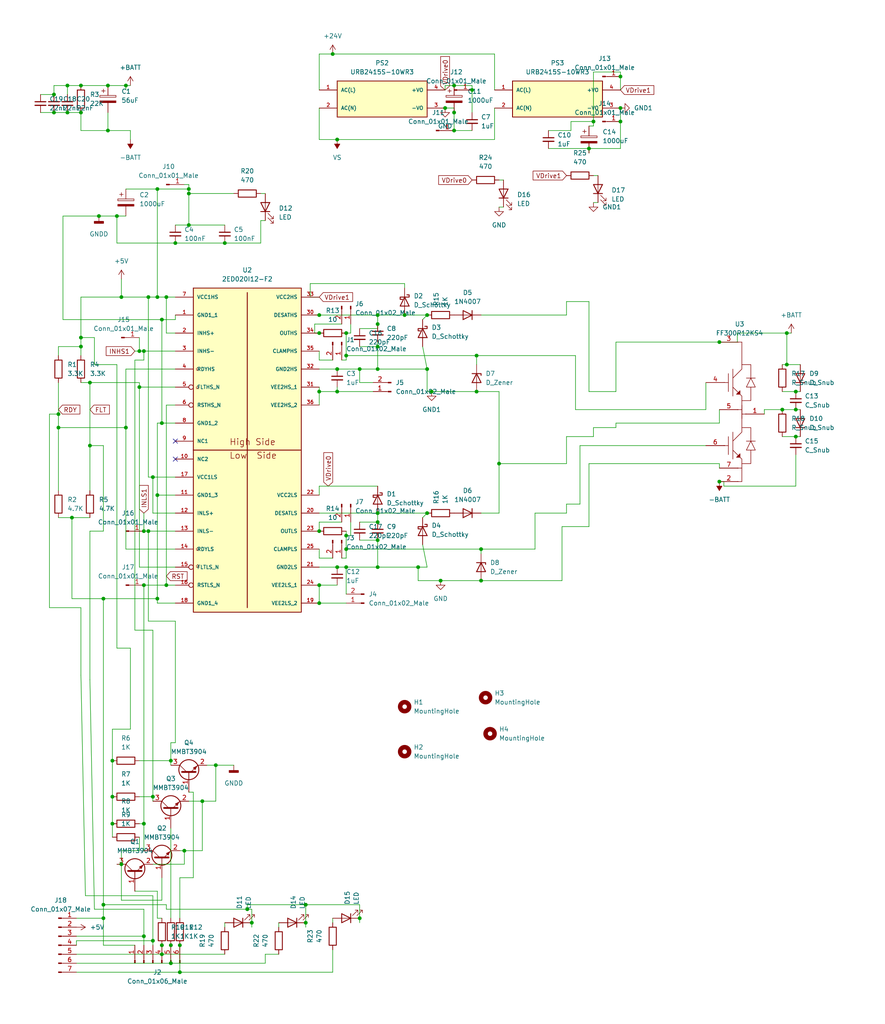
<source format=kicad_sch>
(kicad_sch (version 20211123) (generator eeschema)
  (paper "User" 250.012 289.001)
  (junction (at 140.97 130.81))
  (junction (at 41.91 149.86))
  (junction (at 106.68 144.78))
  (junction (at 90.17 110.49))
  (junction (at 45.72 269.24))
  (junction (at 93.98 15.24))
  (junction (at 124.46 163.83))
  (junction (at 57.15 226.06))
  (junction (at 53.34 54.61))
  (junction (at 29.21 168.91))
  (junction (at 135.89 163.83))
  (junction (at 30.48 24.13))
  (junction (at 120.65 88.9))
  (junction (at 20.32 146.05))
  (junction (at 48.26 271.78))
  (junction (at 71.12 260.35))
  (junction (at 175.26 34.29))
  (junction (at 46.99 165.1))
  (junction (at 25.4 107.95))
  (junction (at 48.26 214.63))
  (junction (at 43.18 224.79))
  (junction (at 50.8 266.7))
  (junction (at 90.17 88.9))
  (junction (at 15.24 31.75))
  (junction (at 19.05 31.75))
  (junction (at 31.75 224.79))
  (junction (at 31.75 232.41))
  (junction (at 125.73 30.48))
  (junction (at 95.25 104.14))
  (junction (at 167.64 34.29))
  (junction (at 52.07 240.03))
  (junction (at 128.27 31.75))
  (junction (at 27.94 60.96))
  (junction (at 86.36 260.35))
  (junction (at 106.68 104.14))
  (junction (at 101.6 104.14))
  (junction (at 34.29 243.84))
  (junction (at 134.62 100.33))
  (junction (at 121.92 110.49))
  (junction (at 90.17 165.1))
  (junction (at 69.85 256.54))
  (junction (at 63.5 68.58))
  (junction (at 45.72 90.17))
  (junction (at 118.11 160.02))
  (junction (at 46.99 83.82))
  (junction (at 25.4 125.73))
  (junction (at 34.29 83.82))
  (junction (at 133.35 25.4))
  (junction (at 44.45 139.7))
  (junction (at 39.37 109.22))
  (junction (at 97.79 100.33))
  (junction (at 60.96 215.9))
  (junction (at 39.37 99.06))
  (junction (at 166.37 41.91))
  (junction (at 44.45 168.91))
  (junction (at 30.48 36.83))
  (junction (at 106.68 88.9))
  (junction (at 106.68 97.79))
  (junction (at 175.26 21.59))
  (junction (at 101.6 259.08))
  (junction (at 45.72 266.7))
  (junction (at 16.51 116.84))
  (junction (at 22.86 97.79))
  (junction (at 49.53 68.58))
  (junction (at 41.91 83.82))
  (junction (at 53.34 63.5))
  (junction (at 40.64 232.41))
  (junction (at 43.18 265.43))
  (junction (at 44.45 83.82))
  (junction (at 203.2 135.89))
  (junction (at 16.51 120.65))
  (junction (at 22.86 95.25))
  (junction (at 175.26 30.48))
  (junction (at 15.24 26.67))
  (junction (at 106.68 147.32))
  (junction (at 31.75 214.63))
  (junction (at 97.79 93.98))
  (junction (at 222.25 102.87))
  (junction (at 43.18 134.62))
  (junction (at 135.89 154.94))
  (junction (at 48.26 266.7))
  (junction (at 40.64 264.16))
  (junction (at 95.25 160.02))
  (junction (at 120.65 144.78))
  (junction (at 53.34 53.34))
  (junction (at 29.21 259.08))
  (junction (at 203.2 96.52))
  (junction (at 220.98 115.57))
  (junction (at 40.64 165.1))
  (junction (at 90.17 170.18))
  (junction (at 114.3 88.9))
  (junction (at 45.72 119.38))
  (junction (at 97.79 151.13))
  (junction (at 128.27 24.13))
  (junction (at 86.36 255.27))
  (junction (at 128.27 36.83))
  (junction (at 95.25 39.37))
  (junction (at 222.25 93.98))
  (junction (at 97.79 160.02))
  (junction (at 35.56 120.65))
  (junction (at 106.68 160.02))
  (junction (at 29.21 255.27))
  (junction (at 106.68 91.44))
  (junction (at 90.17 93.98))
  (junction (at 50.8 274.32))
  (junction (at 33.02 60.96))
  (junction (at 224.79 110.49))
  (junction (at 120.65 104.14))
  (junction (at 97.79 154.94))
  (junction (at 134.62 110.49))
  (junction (at 95.25 110.49))
  (junction (at 22.86 31.75))
  (junction (at 224.79 123.19))
  (junction (at 90.17 149.86))
  (junction (at 40.64 99.06))
  (junction (at 35.56 24.13))
  (junction (at 106.68 152.4))
  (junction (at 22.86 24.13))
  (junction (at 44.45 53.34))
  (junction (at 224.79 115.57))
  (junction (at 40.64 149.86))
  (junction (at 19.05 24.13))
  (no_connect (at 49.53 124.46))
  (no_connect (at 49.53 129.54))
  (wire (pts (xy 106.68 97.79) (xy 106.68 104.14)))
  (wire (pts (xy 139.7 15.24) (xy 93.98 15.24)))
  (wire (pts (xy 16.51 120.65) (xy 35.56 120.65)))
  (wire (pts (xy 73.66 62.23) (xy 73.66 68.58)))
  (wire (pts (xy 54.61 247.65) (xy 54.61 223.52)))
  (wire (pts (xy 133.35 25.4) (xy 133.35 24.13)))
  (wire (pts (xy 49.53 104.14) (xy 35.56 104.14)))
  (wire (pts (xy 203.2 119.38) (xy 173.99 119.38)))
  (wire (pts (xy 36.83 182.88) (xy 36.83 205.74)))
  (wire (pts (xy 119.38 153.67) (xy 120.65 160.02)))
  (wire (pts (xy 21.59 274.32) (xy 50.8 274.32)))
  (wire (pts (xy 44.45 119.38) (xy 44.45 139.7)))
  (wire (pts (xy 135.89 154.94) (xy 151.13 154.94)))
  (wire (pts (xy 39.37 109.22) (xy 49.53 109.22)))
  (wire (pts (xy 90.17 170.18) (xy 97.79 170.18)))
  (wire (pts (xy 95.25 160.02) (xy 97.79 160.02)))
  (wire (pts (xy 215.9 115.57) (xy 215.9 116.84)))
  (wire (pts (xy 208.28 93.98) (xy 208.28 96.52)))
  (wire (pts (xy 49.53 99.06) (xy 40.64 99.06)))
  (wire (pts (xy 95.25 39.37) (xy 139.7 39.37)))
  (wire (pts (xy 204.47 137.16) (xy 204.47 135.89)))
  (wire (pts (xy 46.99 93.98) (xy 46.99 83.82)))
  (wire (pts (xy 134.62 100.33) (xy 97.79 100.33)))
  (wire (pts (xy 38.1 177.8) (xy 38.1 101.6)))
  (wire (pts (xy 163.83 142.24) (xy 163.83 125.73)))
  (wire (pts (xy 21.59 265.43) (xy 43.18 265.43)))
  (wire (pts (xy 58.42 215.9) (xy 60.96 215.9)))
  (wire (pts (xy 208.28 96.52) (xy 203.2 96.52)))
  (wire (pts (xy 16.51 100.33) (xy 16.51 97.79)))
  (wire (pts (xy 95.25 160.02) (xy 90.17 160.02)))
  (wire (pts (xy 74.93 269.24) (xy 74.93 271.78)))
  (wire (pts (xy 199.39 115.57) (xy 199.39 107.95)))
  (wire (pts (xy 154.94 41.91) (xy 166.37 41.91)))
  (wire (pts (xy 224.79 123.19) (xy 226.06 123.19)))
  (wire (pts (xy 45.72 269.24) (xy 63.5 269.24)))
  (wire (pts (xy 44.45 83.82) (xy 46.99 83.82)))
  (wire (pts (xy 175.26 41.91) (xy 175.26 34.29)))
  (wire (pts (xy 49.53 160.02) (xy 39.37 160.02)))
  (wire (pts (xy 106.68 104.14) (xy 120.65 104.14)))
  (wire (pts (xy 158.75 148.59) (xy 166.37 148.59)))
  (wire (pts (xy 90.17 88.9) (xy 88.9 88.9)))
  (wire (pts (xy 101.6 107.95) (xy 101.6 104.14)))
  (wire (pts (xy 39.37 99.06) (xy 40.64 99.06)))
  (wire (pts (xy 46.99 114.3) (xy 49.53 114.3)))
  (wire (pts (xy 128.27 24.13) (xy 125.73 24.13)))
  (wire (pts (xy 90.17 109.22) (xy 90.17 110.49)))
  (wire (pts (xy 35.56 120.65) (xy 35.56 154.94)))
  (wire (pts (xy 135.89 163.83) (xy 124.46 163.83)))
  (wire (pts (xy 95.25 104.14) (xy 101.6 104.14)))
  (wire (pts (xy 96.52 91.44) (xy 88.9 91.44)))
  (wire (pts (xy 39.37 107.95) (xy 39.37 109.22)))
  (wire (pts (xy 71.12 256.54) (xy 71.12 260.35)))
  (wire (pts (xy 34.29 83.82) (xy 34.29 78.74)))
  (wire (pts (xy 19.05 31.75) (xy 22.86 31.75)))
  (wire (pts (xy 95.25 104.14) (xy 90.17 104.14)))
  (wire (pts (xy 30.48 36.83) (xy 36.83 36.83)))
  (wire (pts (xy 71.12 260.35) (xy 71.12 261.62)))
  (wire (pts (xy 160.02 130.81) (xy 160.02 123.19)))
  (wire (pts (xy 48.26 209.55) (xy 48.26 214.63)))
  (wire (pts (xy 22.86 83.82) (xy 34.29 83.82)))
  (wire (pts (xy 43.18 177.8) (xy 38.1 177.8)))
  (wire (pts (xy 133.35 31.75) (xy 133.35 25.4)))
  (wire (pts (xy 101.6 259.08) (xy 101.6 260.35)))
  (wire (pts (xy 160.02 123.19) (xy 167.64 123.19)))
  (wire (pts (xy 118.11 160.02) (xy 106.68 160.02)))
  (wire (pts (xy 38.1 251.46) (xy 44.45 251.46)))
  (wire (pts (xy 44.45 139.7) (xy 44.45 168.91)))
  (wire (pts (xy 57.15 226.06) (xy 57.15 240.03)))
  (wire (pts (xy 53.34 63.5) (xy 53.34 54.61)))
  (wire (pts (xy 52.07 52.07) (xy 53.34 52.07)))
  (wire (pts (xy 125.73 24.13) (xy 125.73 25.4)))
  (wire (pts (xy 63.5 261.62) (xy 63.5 260.35)))
  (wire (pts (xy 31.75 232.41) (xy 31.75 224.79)))
  (wire (pts (xy 43.18 134.62) (xy 43.18 144.78)))
  (wire (pts (xy 46.99 83.82) (xy 49.53 83.82)))
  (wire (pts (xy 106.68 88.9) (xy 106.68 91.44)))
  (wire (pts (xy 90.17 30.48) (xy 90.17 39.37)))
  (wire (pts (xy 29.21 149.86) (xy 29.21 125.73)))
  (wire (pts (xy 44.45 53.34) (xy 44.45 83.82)))
  (wire (pts (xy 48.26 266.7) (xy 48.26 271.78)))
  (wire (pts (xy 49.53 90.17) (xy 49.53 88.9)))
  (wire (pts (xy 53.34 54.61) (xy 66.04 54.61)))
  (wire (pts (xy 86.36 255.27) (xy 69.85 255.27)))
  (wire (pts (xy 134.62 110.49) (xy 140.97 110.49)))
  (wire (pts (xy 39.37 95.25) (xy 39.37 99.06)))
  (wire (pts (xy 87.63 83.82) (xy 90.17 83.82)))
  (wire (pts (xy 133.35 24.13) (xy 128.27 24.13)))
  (wire (pts (xy 120.65 88.9) (xy 114.3 88.9)))
  (wire (pts (xy 139.7 25.4) (xy 139.7 15.24)))
  (wire (pts (xy 46.99 165.1) (xy 49.53 165.1)))
  (wire (pts (xy 45.72 254) (xy 45.72 247.65)))
  (wire (pts (xy 33.02 182.88) (xy 33.02 102.87)))
  (wire (pts (xy 90.17 147.32) (xy 90.17 149.86)))
  (wire (pts (xy 203.2 130.81) (xy 203.2 132.08)))
  (wire (pts (xy 223.52 93.98) (xy 222.25 93.98)))
  (wire (pts (xy 90.17 157.48) (xy 90.17 154.94)))
  (wire (pts (xy 39.37 236.22) (xy 39.37 240.03)))
  (wire (pts (xy 41.91 175.26) (xy 41.91 149.86)))
  (wire (pts (xy 166.37 85.09) (xy 166.37 110.49)))
  (wire (pts (xy 26.67 256.54) (xy 25.4 191.77)))
  (wire (pts (xy 119.38 90.17) (xy 120.65 88.9)))
  (wire (pts (xy 95.25 109.22) (xy 95.25 110.49)))
  (wire (pts (xy 39.37 224.79) (xy 43.18 224.79)))
  (wire (pts (xy 69.85 256.54) (xy 46.99 256.54)))
  (wire (pts (xy 87.63 80.01) (xy 87.63 83.82)))
  (wire (pts (xy 163.83 125.73) (xy 199.39 125.73)))
  (wire (pts (xy 160.02 142.24) (xy 163.83 142.24)))
  (wire (pts (xy 105.41 107.95) (xy 101.6 107.95)))
  (wire (pts (xy 88.9 91.44) (xy 88.9 93.98)))
  (wire (pts (xy 49.53 175.26) (xy 41.91 175.26)))
  (wire (pts (xy 39.37 232.41) (xy 40.64 232.41)))
  (wire (pts (xy 90.17 88.9) (xy 106.68 88.9)))
  (wire (pts (xy 134.62 110.49) (xy 121.92 110.49)))
  (wire (pts (xy 168.91 57.15) (xy 167.64 57.15)))
  (wire (pts (xy 43.18 134.62) (xy 49.53 134.62)))
  (wire (pts (xy 97.79 167.64) (xy 97.79 160.02)))
  (wire (pts (xy 29.21 168.91) (xy 29.21 255.27)))
  (wire (pts (xy 106.68 96.52) (xy 106.68 97.79)))
  (wire (pts (xy 21.59 264.16) (xy 40.64 264.16)))
  (wire (pts (xy 97.79 93.98) (xy 97.79 100.33)))
  (wire (pts (xy 119.38 146.05) (xy 120.65 144.78)))
  (wire (pts (xy 167.64 35.56) (xy 167.64 34.29)))
  (wire (pts (xy 22.86 171.45) (xy 13.97 171.45)))
  (wire (pts (xy 44.45 119.38) (xy 45.72 119.38)))
  (wire (pts (xy 44.45 139.7) (xy 49.53 139.7)))
  (wire (pts (xy 31.75 214.63) (xy 31.75 224.79)))
  (wire (pts (xy 140.97 130.81) (xy 160.02 130.81)))
  (wire (pts (xy 151.13 144.78) (xy 151.13 154.94)))
  (wire (pts (xy 45.72 269.24) (xy 45.72 266.7)))
  (wire (pts (xy 90.17 165.1) (xy 90.17 170.18)))
  (wire (pts (xy 73.66 54.61) (xy 74.93 54.61)))
  (wire (pts (xy 166.37 43.18) (xy 166.37 41.91)))
  (wire (pts (xy 106.68 91.44) (xy 106.68 92.71)))
  (wire (pts (xy 34.29 254) (xy 45.72 254)))
  (wire (pts (xy 17.78 90.17) (xy 45.72 90.17)))
  (wire (pts (xy 101.6 255.27) (xy 101.6 259.08)))
  (wire (pts (xy 99.06 151.13) (xy 97.79 151.13)))
  (wire (pts (xy 29.21 168.91) (xy 44.45 168.91)))
  (wire (pts (xy 15.24 31.75) (xy 19.05 31.75)))
  (wire (pts (xy 17.78 60.96) (xy 27.94 60.96)))
  (wire (pts (xy 134.62 100.33) (xy 162.56 100.33)))
  (wire (pts (xy 36.83 39.37) (xy 36.83 36.83)))
  (wire (pts (xy 31.75 205.74) (xy 31.75 214.63)))
  (wire (pts (xy 173.99 110.49) (xy 166.37 110.49)))
  (wire (pts (xy 16.51 97.79) (xy 22.86 97.79)))
  (wire (pts (xy 49.53 119.38) (xy 45.72 119.38)))
  (wire (pts (xy 25.4 125.73) (xy 25.4 138.43)))
  (wire (pts (xy 29.21 266.7) (xy 38.1 266.7)))
  (wire (pts (xy 40.64 256.54) (xy 40.64 264.16)))
  (wire (pts (xy 162.56 115.57) (xy 199.39 115.57)))
  (wire (pts (xy 22.86 190.5) (xy 22.86 171.45)))
  (wire (pts (xy 118.11 160.02) (xy 118.11 163.83)))
  (wire (pts (xy 166.37 130.81) (xy 203.2 130.81)))
  (wire (pts (xy 128.27 31.75) (xy 128.27 30.48)))
  (wire (pts (xy 222.25 93.98) (xy 208.28 93.98)))
  (wire (pts (xy 53.34 54.61) (xy 53.34 53.34)))
  (wire (pts (xy 30.48 31.75) (xy 30.48 36.83)))
  (wire (pts (xy 31.75 236.22) (xy 31.75 232.41)))
  (wire (pts (xy 22.86 107.95) (xy 25.4 107.95)))
  (wire (pts (xy 128.27 36.83) (xy 128.27 31.75)))
  (wire (pts (xy 97.79 160.02) (xy 106.68 160.02)))
  (wire (pts (xy 175.26 21.59) (xy 175.26 25.4)))
  (wire (pts (xy 44.45 53.34) (xy 35.56 53.34)))
  (wire (pts (xy 40.64 165.1) (xy 46.99 165.1)))
  (wire (pts (xy 45.72 90.17) (xy 49.53 90.17)))
  (wire (pts (xy 167.64 49.53) (xy 168.91 49.53)))
  (wire (pts (xy 35.56 25.4) (xy 35.56 24.13)))
  (wire (pts (xy 33.02 68.58) (xy 33.02 60.96)))
  (wire (pts (xy 215.9 115.57) (xy 220.98 115.57)))
  (wire (pts (xy 40.64 165.1) (xy 40.64 232.41)))
  (wire (pts (xy 49.53 175.26) (xy 49.53 209.55)))
  (wire (pts (xy 167.64 123.19) (xy 167.64 120.65)))
  (wire (pts (xy 52.07 243.84) (xy 52.07 240.03)))
  (wire (pts (xy 135.89 163.83) (xy 158.75 163.83)))
  (wire (pts (xy 49.53 63.5) (xy 53.34 63.5)))
  (wire (pts (xy 30.48 24.13) (xy 35.56 24.13)))
  (wire (pts (xy 29.21 125.73) (xy 25.4 125.73)))
  (wire (pts (xy 21.59 269.24) (xy 45.72 269.24)))
  (wire (pts (xy 41.91 134.62) (xy 43.18 134.62)))
  (wire (pts (xy 135.89 144.78) (xy 140.97 144.78)))
  (wire (pts (xy 20.32 146.05) (xy 20.32 168.91)))
  (wire (pts (xy 15.24 26.67) (xy 15.24 24.13)))
  (wire (pts (xy 33.02 68.58) (xy 49.53 68.58)))
  (wire (pts (xy 99.06 91.44) (xy 99.06 93.98)))
  (wire (pts (xy 53.34 63.5) (xy 63.5 63.5)))
  (wire (pts (xy 26.67 102.87) (xy 26.67 95.25)))
  (wire (pts (xy 101.6 255.27) (xy 86.36 255.27)))
  (wire (pts (xy 96.52 147.32) (xy 90.17 147.32)))
  (wire (pts (xy 48.26 214.63) (xy 48.26 215.9)))
  (wire (pts (xy 44.45 251.46) (xy 44.45 259.08)))
  (wire (pts (xy 166.37 130.81) (xy 166.37 148.59)))
  (wire (pts (xy 57.15 226.06) (xy 60.96 226.06)))
  (wire (pts (xy 90.17 110.49) (xy 95.25 110.49)))
  (wire (pts (xy 13.97 116.84) (xy 16.51 116.84)))
  (wire (pts (xy 38.1 99.06) (xy 39.37 99.06)))
  (wire (pts (xy 166.37 41.91) (xy 175.26 41.91)))
  (wire (pts (xy 25.4 149.86) (xy 29.21 149.86)))
  (wire (pts (xy 34.29 240.03) (xy 34.29 243.84)))
  (wire (pts (xy 25.4 107.95) (xy 25.4 125.73)))
  (wire (pts (xy 74.93 62.23) (xy 73.66 62.23)))
  (wire (pts (xy 203.2 115.57) (xy 203.2 119.38)))
  (wire (pts (xy 114.3 80.01) (xy 87.63 80.01)))
  (wire (pts (xy 220.98 115.57) (xy 224.79 115.57)))
  (wire (pts (xy 90.17 39.37) (xy 95.25 39.37)))
  (wire (pts (xy 135.89 88.9) (xy 160.02 88.9)))
  (wire (pts (xy 20.32 146.05) (xy 25.4 146.05)))
  (wire (pts (xy 106.68 152.4) (xy 106.68 160.02)))
  (wire (pts (xy 128.27 30.48) (xy 125.73 30.48)))
  (wire (pts (xy 96.52 157.48) (xy 97.79 157.48)))
  (wire (pts (xy 39.37 160.02) (xy 39.37 109.22)))
  (wire (pts (xy 39.37 214.63) (xy 48.26 214.63)))
  (wire (pts (xy 166.37 35.56) (xy 167.64 35.56)))
  (wire (pts (xy 22.86 95.25) (xy 22.86 97.79)))
  (wire (pts (xy 60.96 215.9) (xy 66.04 215.9)))
  (wire (pts (xy 97.79 151.13) (xy 97.79 149.86)))
  (wire (pts (xy 93.98 267.97) (xy 93.98 274.32)))
  (wire (pts (xy 40.64 99.06) (xy 40.64 101.6)))
  (wire (pts (xy 88.9 93.98) (xy 90.17 93.98)))
  (wire (pts (xy 203.2 96.52) (xy 173.99 96.52)))
  (wire (pts (xy 99.06 147.32) (xy 99.06 151.13)))
  (wire (pts (xy 25.4 107.95) (xy 39.37 107.95)))
  (wire (pts (xy 93.98 260.35) (xy 93.98 259.08)))
  (wire (pts (xy 124.46 163.83) (xy 118.11 163.83)))
  (wire (pts (xy 40.64 240.03) (xy 40.64 232.41)))
  (wire (pts (xy 73.66 68.58) (xy 63.5 68.58)))
  (wire (pts (xy 31.75 205.74) (xy 36.83 205.74)))
  (wire (pts (xy 97.79 154.94) (xy 135.89 154.94)))
  (wire (pts (xy 34.29 243.84) (xy 34.29 254)))
  (wire (pts (xy 16.51 120.65) (xy 16.51 138.43)))
  (wire (pts (xy 161.29 34.29) (xy 167.64 34.29)))
  (wire (pts (xy 160.02 88.9) (xy 160.02 85.09)))
  (wire (pts (xy 93.98 101.6) (xy 90.17 101.6)))
  (wire (pts (xy 160.02 85.09) (xy 166.37 85.09)))
  (wire (pts (xy 17.78 60.96) (xy 17.78 90.17)))
  (wire (pts (xy 119.38 97.79) (xy 120.65 104.14)))
  (wire (pts (xy 46.99 114.3) (xy 46.99 165.1)))
  (wire (pts (xy 53.34 223.52) (xy 54.61 223.52)))
  (wire (pts (xy 86.36 260.35) (xy 86.36 261.62)))
  (wire (pts (xy 39.37 240.03) (xy 34.29 240.03)))
  (wire (pts (xy 43.18 252.73) (xy 24.13 252.73)))
  (wire (pts (xy 97.79 101.6) (xy 97.79 100.33)))
  (wire (pts (xy 220.98 102.87) (xy 222.25 102.87)))
  (wire (pts (xy 203.2 135.89) (xy 204.47 135.89)))
  (wire (pts (xy 162.56 100.33) (xy 162.56 115.57)))
  (wire (pts (xy 27.94 60.96) (xy 33.02 60.96)))
  (wire (pts (xy 71.12 256.54) (xy 69.85 256.54)))
  (wire (pts (xy 43.18 243.84) (xy 52.07 243.84)))
  (wire (pts (xy 49.53 170.18) (xy 44.45 170.18)))
  (wire (pts (xy 140.97 110.49) (xy 140.97 130.81)))
  (wire (pts (xy 78.74 261.62) (xy 78.74 260.35)))
  (wire (pts (xy 93.98 157.48) (xy 90.17 157.48)))
  (wire (pts (xy 99.06 93.98) (xy 97.79 93.98)))
  (wire (pts (xy 106.68 144.78) (xy 90.17 144.78)))
  (wire (pts (xy 40.64 149.86) (xy 41.91 149.86)))
  (wire (pts (xy 222.25 93.98) (xy 222.25 102.87)))
  (wire (pts (xy 11.43 26.67) (xy 15.24 26.67)))
  (wire (pts (xy 52.07 240.03) (xy 57.15 240.03)))
  (wire (pts (xy 22.86 24.13) (xy 30.48 24.13)))
  (wire (pts (xy 41.91 83.82) (xy 41.91 134.62)))
  (wire (pts (xy 22.86 36.83) (xy 30.48 36.83)))
  (wire (pts (xy 173.99 119.38) (xy 173.99 120.65)))
  (wire (pts (xy 120.65 110.49) (xy 120.65 104.14)))
  (wire (pts (xy 26.67 95.25) (xy 22.86 95.25)))
  (wire (pts (xy 160.02 144.78) (xy 160.02 142.24)))
  (wire (pts (xy 139.7 30.48) (xy 139.7 39.37)))
  (wire (pts (xy 40.64 256.54) (xy 26.67 256.54)))
  (wire (pts (xy 93.98 15.24) (xy 90.17 15.24)))
  (wire (pts (xy 43.18 224.79) (xy 43.18 226.06)))
  (wire (pts (xy 33.02 60.96) (xy 35.56 60.96)))
  (wire (pts (xy 33.02 102.87) (xy 26.67 102.87)))
  (wire (pts (xy 16.51 146.05) (xy 20.32 146.05)))
  (wire (pts (xy 106.68 137.16) (xy 90.17 137.16)))
  (wire (pts (xy 134.62 100.33) (xy 134.62 102.87)))
  (wire (pts (xy 19.05 24.13) (xy 22.86 24.13)))
  (wire (pts (xy 35.56 154.94) (xy 49.53 154.94)))
  (wire (pts (xy 154.94 36.83) (xy 161.29 36.83)))
  (wire (pts (xy 101.6 92.71) (xy 106.68 92.71)))
  (wire (pts (xy 74.93 271.78) (xy 48.26 271.78)))
  (wire (pts (xy 13.97 171.45) (xy 13.97 116.84)))
  (wire (pts (xy 69.85 255.27) (xy 69.85 256.54)))
  (wire (pts (xy 101.6 104.14) (xy 106.68 104.14)))
  (wire (pts (xy 53.34 53.34) (xy 44.45 53.34)))
  (wire (pts (xy 101.6 97.79) (xy 106.68 97.79)))
  (wire (pts (xy 175.26 34.29) (xy 175.26 30.48)))
  (wire (pts (xy 140.97 50.8) (xy 142.24 50.8)))
  (wire (pts (xy 20.32 168.91) (xy 29.21 168.91)))
  (wire (pts (xy 53.34 226.06) (xy 57.15 226.06)))
  (wire (pts (xy 53.34 52.07) (xy 53.34 53.34)))
  (wire (pts (xy 224.79 137.16) (xy 204.47 137.16)))
  (wire (pts (xy 50.8 259.08) (xy 50.8 247.65)))
  (wire (pts (xy 220.98 123.19) (xy 224.79 123.19)))
  (wire (pts (xy 220.98 110.49) (xy 224.79 110.49)))
  (wire (pts (xy 44.45 170.18) (xy 44.45 168.91)))
  (wire (pts (xy 158.75 148.59) (xy 158.75 163.83)))
  (wire (pts (xy 48.26 209.55) (xy 49.53 209.55)))
  (wire (pts (xy 41.91 83.82) (xy 44.45 83.82)))
  (wire (pts (xy 175.26 20.32) (xy 175.26 21.59)))
  (wire (pts (xy 224.79 115.57) (xy 226.06 115.57)))
  (wire (pts (xy 60.96 226.06) (xy 60.96 215.9)))
  (wire (pts (xy 97.79 154.94) (xy 97.79 151.13)))
  (wire (pts (xy 90.17 137.16) (xy 90.17 139.7)))
  (wire (pts (xy 43.18 266.7) (xy 43.18 265.43)))
  (wire (pts (xy 21.59 271.78) (xy 48.26 271.78)))
  (wire (pts (xy 161.29 36.83) (xy 161.29 34.29)))
  (wire (pts (xy 29.21 255.27) (xy 29.21 259.08)))
  (wire (pts (xy 90.17 101.6) (xy 90.17 99.06)))
  (wire (pts (xy 101.6 147.32) (xy 106.68 147.32)))
  (wire (pts (xy 95.25 110.49) (xy 105.41 110.49)))
  (wire (pts (xy 35.56 104.14) (xy 35.56 120.65)))
  (wire (pts (xy 93.98 274.32) (xy 50.8 274.32)))
  (wire (pts (xy 46.99 256.54) (xy 46.99 255.27)))
  (wire (pts (xy 11.43 31.75) (xy 15.24 31.75)))
  (wire (pts (xy 167.64 20.32) (xy 175.26 20.32)))
  (wire (pts (xy 90.17 25.4) (xy 90.17 15.24)))
  (wire (pts (xy 35.56 24.13) (xy 36.83 24.13)))
  (wire (pts (xy 140.97 130.81) (xy 140.97 144.78)))
  (wire (pts (xy 133.35 36.83) (xy 128.27 36.83)))
  (wire (pts (xy 96.52 101.6) (xy 97.79 101.6)))
  (wire (pts (xy 40.64 264.16) (xy 40.64 266.7)))
  (wire (pts (xy 49.53 93.98) (xy 46.99 93.98)))
  (wire (pts (xy 114.3 88.9) (xy 106.68 88.9)))
  (wire (pts (xy 224.79 128.27) (xy 224.79 137.16)))
  (wire (pts (xy 167.64 34.29) (xy 167.64 20.32)))
  (wire (pts (xy 48.26 233.68) (xy 48.26 259.08)))
  (wire (pts (xy 50.8 247.65) (xy 54.61 247.65)))
  (wire (pts (xy 43.18 177.8) (xy 43.18 224.79)))
  (wire (pts (xy 22.86 83.82) (xy 22.86 95.25)))
  (wire (pts (xy 16.51 116.84) (xy 16.51 120.65)))
  (wire (pts (xy 49.53 144.78) (xy 43.18 144.78)))
  (wire (pts (xy 120.65 160.02) (xy 118.11 160.02)))
  (wire (pts (xy 46.99 255.27) (xy 29.21 255.27)))
  (wire (pts (xy 49.53 68.58) (xy 63.5 68.58)))
  (wire (pts (xy 222.25 102.87) (xy 226.06 102.87)))
  (wire (pts (xy 50.8 274.32) (xy 50.8 266.7)))
  (wire (pts (xy 173.99 96.52) (xy 173.99 110.49)))
  (wire (pts (xy 90.17 110.49) (xy 90.17 114.3)))
  (wire (pts (xy 19.05 24.13) (xy 19.05 26.67)))
  (wire (pts (xy 114.3 81.28) (xy 114.3 80.01)))
  (wire (pts (xy 22.86 100.33) (xy 22.86 97.79)))
  (wire (pts (xy 41.91 149.86) (xy 49.53 149.86)))
  (wire (pts (xy 36.83 182.88) (xy 33.02 182.88)))
  (wire (pts (xy 135.89 154.94) (xy 135.89 156.21)))
  (wire (pts (xy 21.59 266.7) (xy 21.59 265.43)))
  (wire (pts (xy 106.68 144.78) (xy 106.68 147.32)))
  (wire (pts (xy 21.59 259.08) (xy 29.21 259.08)))
  (wire (pts (xy 29.21 259.08) (xy 29.21 266.7)))
  (wire (pts (xy 15.24 24.13) (xy 19.05 24.13)))
  (wire (pts (xy 24.13 252.73) (xy 22.86 190.5)))
  (wire (pts (xy 160.02 144.78) (xy 151.13 144.78)))
  (wire (pts (xy 97.79 157.48) (xy 97.79 154.94)))
  (wire (pts (xy 25.4 191.77) (xy 25.4 149.86)))
  (wire (pts (xy 142.24 58.42) (xy 140.97 58.42)))
  (wire (pts (xy 101.6 152.4) (xy 106.68 152.4)))
  (wire (pts (xy 22.86 31.75) (xy 22.86 36.83)))
  (wire (pts (xy 167.64 120.65) (xy 173.99 120.65)))
  (wire (pts (xy 40.64 144.78) (xy 40.64 149.86)))
  (wire (pts (xy 34.29 83.82) (xy 41.91 83.82)))
  (wire (pts (xy 224.79 110.49) (xy 226.06 110.49)))
  (wire (pts (xy 16.51 107.95) (xy 16.51 116.84)))
  (wire (pts (xy 45.72 90.17) (xy 45.72 119.38)))
  (wire (pts (xy 38.1 101.6) (xy 40.64 101.6)))
  (wire (pts (xy 120.65 144.78) (xy 106.68 144.78)))
  (wire (pts (xy 44.45 259.08) (xy 45.72 259.08)))
  (wire (pts (xy 86.36 255.27) (xy 86.36 260.35)))
  (wire (pts (xy 43.18 265.43) (xy 43.18 252.73)))
  (wire (pts (xy 50.8 240.03) (xy 52.07 240.03)))
  (wire (pts (xy 33.02 243.84) (xy 34.29 243.84)))
  (wire (pts (xy 78.74 269.24) (xy 74.93 269.24)))
  (wire (pts (xy 121.92 110.49) (xy 120.65 110.49)))
  (wire (pts (xy 95.25 165.1) (xy 90.17 165.1)))
  (global_label "VDrive1" (shape input) (at 175.26 25.4 0) (property "Intersheet References" "${INTERSHEET_REFS}" (effects hide)))
  (global_label "INLS1" (shape input) (at 40.64 144.78 90) (property "Intersheet References" "${INTERSHEET_REFS}" (effects hide)))
  (global_label "VDrive0" (shape input) (at 125.73 25.4 90) (property "Intersheet References" "${INTERSHEET_REFS}" (effects hide)))
  (global_label "RDY" (shape input) (at 16.51 115.57 0) (property "Intersheet References" "${INTERSHEET_REFS}" (effects hide)))
  (global_label "RST" (shape input) (at 46.99 162.56 0) (property "Intersheet References" "${INTERSHEET_REFS}" (effects hide)))
  (global_label "VDrive0" (shape input) (at 133.35 50.8 180) (property "Intersheet References" "${INTERSHEET_REFS}" (effects hide)))
  (global_label "VDrive0" (shape input) (at 92.71 137.16 90) (property "Intersheet References" "${INTERSHEET_REFS}" (effects hide)))
  (global_label "VDrive1" (shape input) (at 160.02 49.53 180) (property "Intersheet References" "${INTERSHEET_REFS}" (effects hide)))
  (global_label "VDrive1" (shape input) (at 90.17 83.82 0) (property "Intersheet References" "${INTERSHEET_REFS}" (effects hide)))
  (global_label "FLT" (shape input) (at 25.4 115.57 0) (property "Intersheet References" "${INTERSHEET_REFS}" (effects hide)))
  (global_label "INHS1" (shape input) (at 38.1 99.06 180) (property "Intersheet References" "${INTERSHEET_REFS}" (effects hide)))
  (symbol (lib_id "Device:D") (at 226.06 106.68 90) (unit 1)
    (property "Reference" "D9" (at 228.6 105.4099 90) (effects (justify right)))
    (property "Value" "D_Snub" (at 228.6 107.9499 90) (effects (justify right)))
    (property "Footprint" "Diode_THT:D_DO-201AE_P15.24mm_Horizontal" (effects hide))
  )
  (symbol (lib_id "power:GND") (at 140.97 58.42 0) (unit 1)
    (property "Reference" "#PWR0104" (effects hide))
    (property "Value" "GND" (at 140.97 63.5 0))
  )
  (symbol (lib_id "Device:C_Polarized") (at 128.27 27.94 0) (unit 1)
    (property "Reference" "C11" (at 132.08 25.7809 0) (effects (justify left)))
    (property "Value" "1000uF" (at 132.08 28.3209 0) (effects (justify left)))
    (property "Footprint" "1000uF 25V Electrolytic SMD 13x14mm:CAP_EEEFK1E102AQ" (effects hide))
  )
  (symbol (lib_id "Connector:Conn_01x01_Male") (at 170.18 34.29 0) (unit 1)
    (property "Reference" "J14" (at 170.815 29.21 0))
    (property "Value" "Conn_01x01_Male" (at 170.815 31.75 0))
    (property "Footprint" "Connector_PinHeader_2.54mm:PinHeader_1x01_P2.54mm_Vertical" (effects hide))
  )
  (symbol (lib_id "Device:R") (at 124.46 144.78 90) (unit 1)
    (property "Reference" "R16" (at 123.1899 142.24 0) (effects (justify left)))
    (property "Value" "1K" (at 125.7299 142.24 0) (effects (justify left)))
    (property "Footprint" "Resistor_SMD:R_0603_1608Metric_Pad0.98x0.95mm_HandSolder" (effects hide))
  )
  (symbol (lib_id "Device:C_Small") (at 224.79 125.73 0) (unit 1)
    (property "Reference" "C15" (at 227.33 124.4662 0) (effects (justify left)))
    (property "Value" "C_Snub" (at 227.33 127.0062 0) (effects (justify left)))
    (property "Footprint" "Capacitor_THT:C_Rect_L24.0mm_W8.3mm_P22.50mm_MKT" (effects hide))
  )
  (symbol (lib_id "Mechanical:MountingHole") (at 114.3 199.39 0) (unit 1)
    (property "Reference" "H1" (at 116.84 198.1199 0) (effects (justify left)))
    (property "Value" "MountingHole" (at 116.84 200.6599 0) (effects (justify left)))
    (property "Footprint" "MountingHole:MountingHole_3.2mm_M3" (effects hide))
  )
  (symbol (lib_id "Connector:Conn_01x01_Male") (at 35.56 165.1 0) (unit 1)
    (property "Reference" "J17" (at 36.195 160.02 0))
    (property "Value" "Conn_01x01_Male" (at 36.195 162.56 0))
    (property "Footprint" "Connector_PinHeader_2.54mm:PinHeader_1x01_P2.54mm_Vertical" (effects hide))
  )
  (symbol (lib_id "power:-BATT") (at 36.83 39.37 180) (unit 1)
    (property "Reference" "#PWR07" (effects hide))
    (property "Value" "-BATT" (at 36.83 44.45 0))
  )
  (symbol (lib_id "Device:C_Small") (at 224.79 113.03 0) (unit 1)
    (property "Reference" "C13" (at 227.33 111.7662 0) (effects (justify left)))
    (property "Value" "C_Snub" (at 227.33 114.3062 0) (effects (justify left)))
    (property "Footprint" "Capacitor_THT:C_Rect_L24.0mm_W8.3mm_P22.50mm_MKT" (effects hide))
  )
  (symbol (lib_id "Device:R") (at 220.98 106.68 180) (unit 1)
    (property "Reference" "R17" (at 223.52 105.4099 0) (effects (justify right)))
    (property "Value" "R_Snub" (at 223.52 107.9499 0) (effects (justify right)))
    (property "Footprint" "Resistor_THT:R_Box_L26.0mm_W5.0mm_P20.00mm" (effects hide))
  )
  (symbol (lib_id "Mechanical:MountingHole") (at 114.3 212.09 0) (unit 1)
    (property "Reference" "H2" (at 116.84 210.8199 0) (effects (justify left)))
    (property "Value" "MountingHole" (at 116.84 213.3599 0) (effects (justify left)))
    (property "Footprint" "MountingHole:MountingHole_3.2mm_M3" (effects hide))
  )
  (symbol (lib_id "Connector:Conn_01x01_Male") (at 123.19 36.83 0) (unit 1)
    (property "Reference" "J11" (at 123.825 31.75 0))
    (property "Value" "Conn_01x01_Male" (at 123.825 34.29 0))
    (property "Footprint" "Connector_PinHeader_2.54mm:PinHeader_1x01_P2.54mm_Vertical" (effects hide))
  )
  (symbol (lib_id "Device:C_Small") (at 95.25 162.56 0) (unit 1)
    (property "Reference" "C12" (at 97.79 161.2962 0) (effects (justify left)))
    (property "Value" "1uF" (at 97.79 163.8362 0) (effects (justify left)))
    (property "Footprint" "Capacitor_SMD:C_1206_3216Metric_Pad1.33x1.80mm_HandSolder" (effects hide))
  )
  (symbol (lib_id "Device:C_Small") (at 63.5 66.04 0) (unit 1)
    (property "Reference" "C5" (at 66.04 64.7762 0) (effects (justify left)))
    (property "Value" "100nF" (at 66.04 67.3162 0) (effects (justify left)))
    (property "Footprint" "Capacitor_SMD:C_0603_1608Metric_Pad1.08x0.95mm_HandSolder" (effects hide))
  )
  (symbol (lib_id "power:+24V") (at 93.98 15.24 0) (unit 1)
    (property "Reference" "#PWR?" (effects hide))
    (property "Value" "+24V" (at 93.98 10.16 0))
  )
  (symbol (lib_id "Device:R") (at 35.56 232.41 270) (unit 1)
    (property "Reference" "R8" (at 35.56 226.06 90))
    (property "Value" "1K" (at 35.56 228.6 90))
    (property "Footprint" "Resistor_SMD:R_0603_1608Metric_Pad0.98x0.95mm_HandSolder" (effects hide))
  )
  (symbol (lib_id "power:GND1") (at 175.26 30.48 90) (unit 1)
    (property "Reference" "#PWR027" (effects hide))
    (property "Value" "GND1" (at 179.07 30.4799 90) (effects (justify right)))
  )
  (symbol (lib_id "Connector:Conn_01x01_Male") (at 35.56 149.86 0) (unit 1)
    (property "Reference" "J16" (at 36.195 144.78 0))
    (property "Value" "Conn_01x01_Male" (at 36.195 147.32 0))
    (property "Footprint" "Connector_PinHeader_2.54mm:PinHeader_1x01_P2.54mm_Vertical" (effects hide))
  )
  (symbol (lib_id "power:GND") (at 125.73 30.48 0) (unit 1)
    (property "Reference" "#PWR024" (effects hide))
    (property "Value" "GND" (at 125.73 35.56 0))
  )
  (symbol (lib_id "Connector:Conn_01x01_Male") (at 34.29 95.25 0) (unit 1)
    (property "Reference" "J15" (at 34.925 90.17 0))
    (property "Value" "Conn_01x01_Male" (at 34.925 92.71 0))
    (property "Footprint" "Connector_PinHeader_2.54mm:PinHeader_1x01_P2.54mm_Vertical" (effects hide))
  )
  (symbol (lib_id "Device:LED") (at 142.24 54.61 90) (unit 1)
    (property "Reference" "D16" (at 146.05 54.9274 90) (effects (justify right)))
    (property "Value" "LED" (at 146.05 57.4674 90) (effects (justify right)))
    (property "Footprint" "LED_SMD:LED_0805_2012Metric_Pad1.15x1.40mm_HandSolder" (effects hide))
  )
  (symbol (lib_id "Device:D_Schottky") (at 114.3 85.09 270) (unit 1)
    (property "Reference" "D2" (at 116.84 83.5024 90) (effects (justify left)))
    (property "Value" "D_Schottky" (at 116.84 86.0424 90) (effects (justify left)))
    (property "Footprint" "Diode_SMD:D_SMA_Handsoldering" (effects hide))
  )
  (symbol (lib_id "Device:D") (at 132.08 88.9 180) (unit 1)
    (property "Reference" "D5" (at 132.08 82.55 0))
    (property "Value" "1N4007" (at 132.08 85.09 0))
    (property "Footprint" "Diode_SMD:D_SMA_Handsoldering" (effects hide))
  )
  (symbol (lib_id "Connector:Conn_01x02_Male") (at 96.52 152.4 270) (unit 1)
    (property "Reference" "J3" (at 97.79 151.7649 90) (effects (justify left)))
    (property "Value" "Conn_01x02_Male" (at 97.79 154.3049 90) (effects (justify left)))
    (property "Footprint" "Connector_PinHeader_1.27mm:PinHeader_1x02_P1.27mm_Vertical" (effects hide))
  )
  (symbol (lib_id "power:-BATT") (at 203.2 135.89 180) (unit 1)
    (property "Reference" "#PWR0101" (effects hide))
    (property "Value" "-BATT" (at 203.2 140.97 0))
  )
  (symbol (lib_id "Device:C_Small") (at 95.25 106.68 0) (unit 1)
    (property "Reference" "C3" (at 97.79 105.4162 0) (effects (justify left)))
    (property "Value" "1uF" (at 97.79 107.9562 0) (effects (justify left)))
    (property "Footprint" "Capacitor_SMD:C_1206_3216Metric_Pad1.33x1.80mm_HandSolder" (effects hide))
  )
  (symbol (lib_id "Connector:Conn_01x01_Male") (at 128.27 25.4 0) (unit 1)
    (property "Reference" "J12" (at 128.905 20.32 0))
    (property "Value" "Conn_01x01_Male" (at 128.905 22.86 0))
    (property "Footprint" "Connector_PinHeader_2.54mm:PinHeader_1x01_P2.54mm_Vertical" (effects hide))
  )
  (symbol (lib_id "Connector:Conn_01x02_Male") (at 110.49 110.49 180) (unit 1)
    (property "Reference" "J5" (at 111.76 107.9499 0) (effects (justify right)))
    (property "Value" "Conn_01x02_Male" (at 111.76 110.4899 0) (effects (justify right)))
    (property "Footprint" "Connector_PinHeader_1.27mm:PinHeader_1x02_P1.27mm_Vertical" (effects hide))
  )
  (symbol (lib_id "Device:D_Zener") (at 135.89 160.02 270) (unit 1)
    (property "Reference" "D8" (at 138.43 158.7499 90) (effects (justify left)))
    (property "Value" "D_Zener" (at 138.43 161.2899 90) (effects (justify left)))
    (property "Footprint" "Diode_SMD:D_SOD-123" (effects hide))
  )
  (symbol (lib_id "Connector:Conn_01x07_Male") (at 16.51 266.7 0) (unit 1)
    (property "Reference" "J18" (at 17.145 254 0))
    (property "Value" "Conn_01x07_Male" (at 17.145 256.54 0))
    (property "Footprint" "Connector_JST:JST_XH_B7B-XH-A_1x07_P2.50mm_Vertical" (effects hide))
  )
  (symbol (lib_id "Device:C_Small") (at 15.24 29.21 0) (mirror y) (unit 1)
    (property "Reference" "C18" (at 17.78 27.9462 0) (effects (justify right)))
    (property "Value" "22nF" (at 17.78 30.4862 0) (effects (justify right)))
    (property "Footprint" "Capacitor_SMD:C_1206_3216Metric_Pad1.33x1.80mm_HandSolder" (effects hide))
  )
  (symbol (lib_id "Device:LED") (at 67.31 260.35 180) (unit 1)
    (property "Reference" "D11" (at 67.6274 256.54 90) (effects (justify right)))
    (property "Value" "LED" (at 70.1674 256.54 90) (effects (justify right)))
    (property "Footprint" "LED_SMD:LED_0805_2012Metric_Pad1.15x1.40mm_HandSolder" (effects hide))
  )
  (symbol (lib_id "Device:C_Small") (at 133.35 34.29 0) (unit 1)
    (property "Reference" "C7" (at 135.89 33.0262 0) (effects (justify left)))
    (property "Value" "1uF" (at 135.89 35.5662 0) (effects (justify left)))
    (property "Footprint" "Capacitor_SMD:C_1206_3216Metric_Pad1.33x1.80mm_HandSolder" (effects hide))
  )
  (symbol (lib_id "power:GND1") (at 121.92 110.49 0) (unit 1)
    (property "Reference" "#PWR017" (effects hide))
    (property "Value" "GND1" (at 121.92 115.57 0))
  )
  (symbol (lib_id "Device:R") (at 35.56 224.79 270) (unit 1)
    (property "Reference" "R7" (at 35.56 218.44 90))
    (property "Value" "1K" (at 35.56 220.98 90))
    (property "Footprint" "Resistor_SMD:R_0603_1608Metric_Pad0.98x0.95mm_HandSolder" (effects hide))
  )
  (symbol (lib_id "Device:R") (at 50.8 262.89 180) (unit 1)
    (property "Reference" "R12" (at 53.34 261.6199 0) (effects (justify right)))
    (property "Value" "1K" (at 53.34 264.1599 0) (effects (justify right)))
    (property "Footprint" "Resistor_SMD:R_0603_1608Metric_Pad0.98x0.95mm_HandSolder" (effects hide))
  )
  (symbol (lib_id "Device:R") (at 35.56 236.22 270) (unit 1)
    (property "Reference" "R9" (at 35.56 229.87 90))
    (property "Value" "1K" (at 35.56 232.41 90))
    (property "Footprint" "Resistor_SMD:R_0603_1608Metric_Pad0.98x0.95mm_HandSolder" (effects hide))
  )
  (symbol (lib_id "Device:C_Polarized") (at 166.37 39.37 0) (unit 1)
    (property "Reference" "C14" (at 170.18 37.2109 0) (effects (justify left)))
    (property "Value" "1000uF" (at 170.18 39.7509 0) (effects (justify left)))
    (property "Footprint" "1000uF 25V Electrolytic SMD 13x14mm:CAP_EEEFK1E102AQ" (effects hide))
  )
  (symbol (lib_id "Device:R") (at 78.74 265.43 180) (unit 1)
    (property "Reference" "R22" (at 72.39 265.43 90))
    (property "Value" "470" (at 74.93 265.43 90))
    (property "Footprint" "Resistor_SMD:R_0603_1608Metric_Pad0.98x0.95mm_HandSolder" (effects hide))
  )
  (symbol (lib_id "Mechanical:MountingHole") (at 138.43 207.01 0) (unit 1)
    (property "Reference" "H4" (at 140.97 205.7399 0) (effects (justify left)))
    (property "Value" "MountingHole" (at 140.97 208.2799 0) (effects (justify left)))
    (property "Footprint" "MountingHole:MountingHole_3.2mm_M3" (effects hide))
  )
  (symbol (lib_id "Device:R") (at 163.83 49.53 90) (unit 1)
    (property "Reference" "R25" (at 163.83 43.18 90))
    (property "Value" "470" (at 163.83 45.72 90))
    (property "Footprint" "Resistor_SMD:R_0603_1608Metric_Pad0.98x0.95mm_HandSolder" (effects hide))
  )
  (symbol (lib_id "Device:C_Small") (at 19.05 29.21 0) (unit 1)
    (property "Reference" "C20" (at 21.59 27.9462 0) (effects (justify left)))
    (property "Value" "22nF" (at 21.59 30.4862 0) (effects (justify left)))
    (property "Footprint" "Capacitor_SMD:C_1206_3216Metric_Pad1.33x1.80mm_HandSolder" (effects hide))
  )
  (symbol (lib_id "Device:C_Small") (at 154.94 39.37 0) (unit 1)
    (property "Reference" "C10" (at 157.48 38.1062 0) (effects (justify left)))
    (property "Value" "1uF" (at 157.48 40.6462 0) (effects (justify left)))
    (property "Footprint" "Capacitor_SMD:C_1206_3216Metric_Pad1.33x1.80mm_HandSolder" (effects hide))
  )
  (symbol (lib_id "Transistor_BJT:MMBT3904") (at 48.26 228.6 90) (unit 1)
    (property "Reference" "Q3" (at 48.26 219.71 90))
    (property "Value" "MMBT3904" (at 48.26 222.25 90))
    (property "Footprint" "Package_TO_SOT_SMD:SOT-23" (effects hide))
    (property "Datasheet" "https://www.onsemi.com/pub/Collateral/2N3903-D.PDF" (effects hide))
  )
  (symbol (lib_id "Device:C_Small") (at 49.53 66.04 0) (unit 1)
    (property "Reference" "C4" (at 52.07 64.7762 0) (effects (justify left)))
    (property "Value" "100nF" (at 52.07 67.3162 0) (effects (justify left)))
    (property "Footprint" "Capacitor_SMD:C_0603_1608Metric_Pad1.08x0.95mm_HandSolder" (effects hide))
  )
  (symbol (lib_id "Device:R") (at 22.86 104.14 0) (unit 1)
    (property "Reference" "R4" (at 25.4 102.8699 0) (effects (justify left)))
    (property "Value" "3.3K" (at 25.4 105.4099 0) (effects (justify left)))
    (property "Footprint" "Resistor_SMD:R_0603_1608Metric_Pad0.98x0.95mm_HandSolder" (effects hide))
  )
  (symbol (lib_id "Device:R") (at 93.98 93.98 90) (unit 1)
    (property "Reference" "R13" (at 93.98 87.63 90))
    (property "Value" "10" (at 93.98 90.17 90))
    (property "Footprint" "Resistor_SMD:R_1206_3216Metric_Pad1.30x1.75mm_HandSolder" (effects hide))
  )
  (symbol (lib_id "Device:R") (at 137.16 50.8 90) (unit 1)
    (property "Reference" "R24" (at 137.16 44.45 90))
    (property "Value" "470" (at 137.16 46.99 90))
    (property "Footprint" "Resistor_SMD:R_0603_1608Metric_Pad0.98x0.95mm_HandSolder" (effects hide))
  )
  (symbol (lib_id "Device:C_Small") (at 11.43 29.21 0) (unit 1)
    (property "Reference" "C19" (at 13.97 27.9462 0) (effects (justify left)))
    (property "Value" "22nF" (at 13.97 30.4862 0) (effects (justify left)))
    (property "Footprint" "Capacitor_SMD:C_1206_3216Metric_Pad1.33x1.80mm_HandSolder" (effects hide))
  )
  (symbol (lib_id "Device:C_Small") (at 101.6 149.86 0) (unit 1)
    (property "Reference" "C17" (at 104.14 148.5962 0) (effects (justify left)))
    (property "Value" "220pF" (at 104.14 151.1362 0) (effects (justify left)))
    (property "Footprint" "Capacitor_SMD:C_0603_1608Metric_Pad1.08x0.95mm_HandSolder" (effects hide))
  )
  (symbol (lib_id "Device:D_Zener") (at 134.62 106.68 270) (unit 1)
    (property "Reference" "D7" (at 137.16 105.4099 90) (effects (justify left)))
    (property "Value" "D_Zener" (at 137.16 107.9499 90) (effects (justify left)))
    (property "Footprint" "Diode_SMD:D_SOD-123" (effects hide))
  )
  (symbol (lib_id "Device:D_Schottky") (at 119.38 93.98 270) (unit 1)
    (property "Reference" "D3" (at 121.92 92.3924 90) (effects (justify left)))
    (property "Value" "D_Schottky" (at 121.92 94.9324 90) (effects (justify left)))
    (property "Footprint" "Diode_SMD:D_SMA_Handsoldering" (effects hide))
  )
  (symbol (lib_id "power:GND1") (at 167.64 57.15 0) (unit 1)
    (property "Reference" "#PWR0105" (effects hide))
    (property "Value" "GND1" (at 170.18 58.4199 0) (effects (justify left)))
  )
  (symbol (lib_id "power:GNDD") (at 27.94 60.96 0) (unit 1)
    (property "Reference" "#PWR02" (effects hide))
    (property "Value" "GNDD" (at 27.94 66.04 0))
  )
  (symbol (lib_id "Connector:Conn_01x01_Male") (at 46.99 52.07 0) (unit 1)
    (property "Reference" "J10" (at 47.625 46.99 0))
    (property "Value" "Conn_01x01_Male" (at 47.625 49.53 0))
    (property "Footprint" "Connector_PinHeader_2.54mm:PinHeader_1x01_P2.54mm_Vertical" (effects hide))
  )
  (symbol (lib_id "Transistor_BJT:MMBT3904") (at 38.1 246.38 90) (unit 1)
    (property "Reference" "Q1" (at 38.1 237.49 90))
    (property "Value" "MMBT3904" (at 38.1 240.03 90))
    (property "Footprint" "Package_TO_SOT_SMD:SOT-23" (effects hide))
    (property "Datasheet" "https://www.onsemi.com/pub/Collateral/2N3903-D.PDF" (effects hide))
  )
  (symbol (lib_id "power:VS") (at 95.25 39.37 180) (unit 1)
    (property "Reference" "#PWR?" (effects hide))
    (property "Value" "VS" (at 95.25 44.45 0))
  )
  (symbol (lib_id "Device:R") (at 124.46 88.9 90) (unit 1)
    (property "Reference" "R15" (at 123.1899 86.36 0) (effects (justify left)))
    (property "Value" "1K" (at 125.7299 86.36 0) (effects (justify left)))
    (property "Footprint" "Resistor_SMD:R_0603_1608Metric_Pad0.98x0.95mm_HandSolder" (effects hide))
  )
  (symbol (lib_id "power:+5V") (at 21.59 261.62 270) (unit 1)
    (property "Reference" "#PWR0102" (effects hide))
    (property "Value" "+5V" (at 25.4 261.6199 90) (effects (justify left)))
  )
  (symbol (lib_id "Device:R") (at 22.86 27.94 0) (unit 1)
    (property "Reference" "R3" (at 25.4 26.6699 0) (effects (justify left)))
    (property "Value" "22K" (at 25.4 29.2099 0) (effects (justify left)))
    (property "Footprint" "Resistor_SMD:R_1206_3216Metric_Pad1.30x1.75mm_HandSolder" (effects hide))
  )
  (symbol (lib_id "Device:D_Schottky") (at 119.38 149.86 270) (unit 1)
    (property "Reference" "D4" (at 121.92 148.2724 90) (effects (justify left)))
    (property "Value" "D_Schottky" (at 121.92 150.8124 90) (effects (justify left)))
    (property "Footprint" "Diode_SMD:D_SMA_Handsoldering" (effects hide))
  )
  (symbol (lib_id "Device:R") (at 63.5 265.43 180) (unit 1)
    (property "Reference" "R19" (at 57.15 265.43 90))
    (property "Value" "470" (at 59.69 265.43 90))
    (property "Footprint" "Resistor_SMD:R_0603_1608Metric_Pad0.98x0.95mm_HandSolder" (effects hide))
  )
  (symbol (lib_id "Isolated_Power_Supply_HiLink:HLK-20M05") (at 157.48 27.94 0) (unit 1)
    (property "Reference" "PS3" (at 157.48 17.78 0))
    (property "Value" "URB2415S-10WR3" (at 157.48 20.32 0))
    (property "Footprint" "Isolated_Power_Supply_HiLink:CONV_HLK-20M05" (effects hide))
    (property "MANUFACTURER" "Hi-Link" (effects hide))
    (property "PARTREV" "V1.3" (effects hide))
    (property "MAXIMUM_PACKAGE_HEIGHT" "22.5 mm" (effects hide))
    (property "STANDARD" "Manufacturer Recommendations" (effects hide))
  )
  (symbol (lib_id "Connector:Conn_01x01_Male") (at 170.18 21.59 0) (unit 1)
    (property "Reference" "J13" (at 170.815 16.51 0))
    (property "Value" "Conn_01x01_Male" (at 170.815 19.05 0))
    (property "Footprint" "Connector_PinHeader_2.54mm:PinHeader_1x01_P2.54mm_Vertical" (effects hide))
  )
  (symbol (lib_id "Device:C_Polarized") (at 30.48 27.94 0) (unit 1)
    (property "Reference" "C1" (at 34.29 25.7809 0) (effects (justify left)))
    (property "Value" "56uF" (at 34.29 28.3209 0) (effects (justify left)))
    (property "Footprint" "Capacitor_THT:CP_Radial_D16.0mm_P7.50mm" (effects hide))
  )
  (symbol (lib_id "power:+5V") (at 34.29 78.74 0) (unit 1)
    (property "Reference" "#PWR04" (effects hide))
    (property "Value" "+5V" (at 34.29 73.66 0))
  )
  (symbol (lib_id "Device:C_Small") (at 106.68 93.98 0) (unit 1)
    (property "Reference" "C8" (at 109.22 92.7162 0) (effects (justify left)))
    (property "Value" "220pF" (at 109.22 95.2562 0) (effects (justify left)))
    (property "Footprint" "Capacitor_SMD:C_0603_1608Metric_Pad1.08x0.95mm_HandSolder" (effects hide))
  )
  (symbol (lib_id "Device:D") (at 226.06 119.38 90) (unit 1)
    (property "Reference" "D10" (at 228.6 118.1099 90) (effects (justify right)))
    (property "Value" "D_Snub" (at 228.6 120.6499 90) (effects (justify right)))
    (property "Footprint" "Diode_THT:D_DO-201AE_P15.24mm_Horizontal" (effects hide))
  )
  (symbol (lib_id "Device:LED") (at 82.55 260.35 180) (unit 1)
    (property "Reference" "D14" (at 82.8674 256.54 90) (effects (justify right)))
    (property "Value" "LED" (at 85.4074 256.54 90) (effects (justify right)))
    (property "Footprint" "LED_SMD:LED_0805_2012Metric_Pad1.15x1.40mm_HandSolder" (effects hide))
  )
  (symbol (lib_id "power:+BATT") (at 36.83 24.13 0) (unit 1)
    (property "Reference" "#PWR06" (effects hide))
    (property "Value" "+BATT" (at 36.83 19.05 0))
  )
  (symbol (lib_id "Device:R") (at 25.4 142.24 0) (unit 1)
    (property "Reference" "R5" (at 27.94 140.9699 0) (effects (justify left)))
    (property "Value" "4.7K" (at 27.94 143.5099 0) (effects (justify left)))
    (property "Footprint" "Resistor_SMD:R_0603_1608Metric_Pad0.98x0.95mm_HandSolder" (effects hide))
  )
  (symbol (lib_id "Device:R") (at 69.85 54.61 90) (unit 1)
    (property "Reference" "R20" (at 69.85 48.26 90))
    (property "Value" "470" (at 69.85 50.8 90))
    (property "Footprint" "Resistor_SMD:R_0603_1608Metric_Pad0.98x0.95mm_HandSolder" (effects hide))
  )
  (symbol (lib_id "Device:R") (at 45.72 262.89 180) (unit 1)
    (property "Reference" "R10" (at 48.26 261.6199 0) (effects (justify right)))
    (property "Value" "1K" (at 48.26 264.1599 0) (effects (justify right)))
    (property "Footprint" "Resistor_SMD:R_0603_1608Metric_Pad0.98x0.95mm_HandSolder" (effects hide))
  )
  (symbol (lib_id "Connector:Conn_01x06_Male") (at 43.18 271.78 90) (unit 1)
    (property "Reference" "J2" (at 44.45 274.32 90))
    (property "Value" "Conn_01x06_Male" (at 44.45 276.86 90))
    (property "Footprint" "Connector_JST:JST_XH_B6B-XH-A_1x06_P2.50mm_Vertical" (effects hide))
  )
  (symbol (lib_id "Transistor_BJT:MMBT3904") (at 53.34 218.44 90) (unit 1)
    (property "Reference" "Q4" (at 53.34 209.55 90))
    (property "Value" "MMBT3904" (at 53.34 212.09 90))
    (property "Footprint" "Package_TO_SOT_SMD:SOT-23" (effects hide))
    (property "Datasheet" "https://www.onsemi.com/pub/Collateral/2N3903-D.PDF" (effects hide))
  )
  (symbol (lib_id "Device:R") (at 48.26 262.89 180) (unit 1)
    (property "Reference" "R11" (at 50.8 261.6199 0) (effects (justify right)))
    (property "Value" "1K" (at 50.8 264.1599 0) (effects (justify right)))
    (property "Footprint" "Resistor_SMD:R_0603_1608Metric_Pad0.98x0.95mm_HandSolder" (effects hide))
  )
  (symbol (lib_id "Device:LED") (at 97.79 259.08 180) (unit 1)
    (property "Reference" "D15" (at 98.1074 255.27 90) (effects (justify right)))
    (property "Value" "LED" (at 100.6474 255.27 90) (effects (justify right)))
    (property "Footprint" "LED_SMD:LED_0805_2012Metric_Pad1.15x1.40mm_HandSolder" (effects hide))
  )
  (symbol (lib_id "IGBT_GATE_DRIVER_2ed020i12-f2:2ED020I12-F2") (at 54.61 81.28 0) (unit 1)
    (property "Reference" "U2" (at 69.85 76.2 0))
    (property "Value" "2ED020I12-F2" (at 69.85 78.74 0))
    (property "Footprint" "New folder:SOP65P1030X265-36_32N-V" (effects hide))
  )
  (symbol (lib_id "Device:C_Small") (at 106.68 149.86 0) (unit 1)
    (property "Reference" "C9" (at 109.22 148.5962 0) (effects (justify left)))
    (property "Value" "220pF" (at 109.22 151.1362 0) (effects (justify left)))
    (property "Footprint" "Capacitor_SMD:C_0603_1608Metric_Pad1.08x0.95mm_HandSolder" (effects hide))
  )
  (symbol (lib_id "Device:R") (at 220.98 119.38 180) (unit 1)
    (property "Reference" "R18" (at 223.52 118.1099 0) (effects (justify right)))
    (property "Value" "R_Snub" (at 223.52 120.6499 0) (effects (justify right)))
    (property "Footprint" "Resistor_THT:R_Box_L26.0mm_W5.0mm_P20.00mm" (effects hide))
  )
  (symbol (lib_id "Connector:Conn_01x02_Male") (at 96.52 96.52 270) (unit 1)
    (property "Reference" "J1" (at 97.79 95.8849 90) (effects (justify left)))
    (property "Value" "Conn_01x02_Male" (at 97.79 98.4249 90) (effects (justify left)))
    (property "Footprint" "Connector_PinHeader_1.27mm:PinHeader_1x02_P1.27mm_Vertical" (effects hide))
  )
  (symbol (lib_id "Device:LED") (at 74.93 58.42 90) (unit 1)
    (property "Reference" "D12" (at 78.74 58.7374 90) (effects (justify right)))
    (property "Value" "LED" (at 78.74 61.2774 90) (effects (justify right)))
    (property "Footprint" "LED_SMD:LED_0805_2012Metric_Pad1.15x1.40mm_HandSolder" (effects hide))
  )
  (symbol (lib_id "Connector:Conn_01x02_Male") (at 102.87 170.18 180) (unit 1)
    (property "Reference" "J4" (at 104.14 167.6399 0) (effects (justify right)))
    (property "Value" "Conn_01x02_Male" (at 104.14 170.1799 0) (effects (justify right)))
    (property "Footprint" "Connector_PinHeader_1.27mm:PinHeader_1x02_P1.27mm_Vertical" (effects hide))
  )
  (symbol (lib_id "Device:C_Polarized") (at 35.56 57.15 0) (unit 1)
    (property "Reference" "C2" (at 39.37 54.9909 0) (effects (justify left)))
    (property "Value" "1000uF" (at 39.37 57.5309 0) (effects (justify left)))
    (property "Footprint" "Capacitor_SMD:CP_Elec_10x10.5" (effects hide))
  )
  (symbol (lib_id "Device:R") (at 93.98 264.16 180) (unit 1)
    (property "Reference" "R23" (at 87.63 264.16 90))
    (property "Value" "470" (at 90.17 264.16 90))
    (property "Footprint" "Resistor_SMD:R_0603_1608Metric_Pad0.98x0.95mm_HandSolder" (effects hide))
  )
  (symbol (lib_id "power:GND") (at 124.46 163.83 0) (unit 1)
    (property "Reference" "#PWR019" (effects hide))
    (property "Value" "GND" (at 124.46 168.91 0))
  )
  (symbol (lib_id "Device:R") (at 16.51 104.14 0) (unit 1)
    (property "Reference" "R1" (at 19.05 102.8699 0) (effects (justify left)))
    (property "Value" "3.3K" (at 19.05 105.4099 0) (effects (justify left)))
    (property "Footprint" "Resistor_SMD:R_0603_1608Metric_Pad0.98x0.95mm_HandSolder" (effects hide))
  )
  (symbol (lib_id "Mechanical:MountingHole") (at 137.16 196.85 0) (unit 1)
    (property "Reference" "H3" (at 139.7 195.5799 0) (effects (justify left)))
    (property "Value" "MountingHole" (at 139.7 198.1199 0) (effects (justify left)))
    (property "Footprint" "MountingHole:MountingHole_3.2mm_M3" (effects hide))
  )
  (symbol (lib_id "Transistor_BJT:MMBT3904") (at 45.72 242.57 90) (unit 1)
    (property "Reference" "Q2" (at 45.72 233.68 90))
    (property "Value" "MMBT3904" (at 45.72 236.22 90))
    (property "Footprint" "Package_TO_SOT_SMD:SOT-23" (effects hide))
    (property "Datasheet" "https://www.onsemi.com/pub/Collateral/2N3903-D.PDF" (effects hide))
  )
  (symbol (lib_id "Device:R") (at 93.98 149.86 90) (unit 1)
    (property "Reference" "R14" (at 93.98 143.51 90))
    (property "Value" "10" (at 93.98 146.05 90))
    (property "Footprint" "Resistor_SMD:R_1206_3216Metric_Pad1.30x1.75mm_HandSolder" (effects hide))
  )
  (symbol (lib_id "Device:LED") (at 168.91 53.34 90) (unit 1)
    (property "Reference" "D17" (at 172.72 53.6574 90) (effects (justify right)))
    (property "Value" "LED" (at 172.72 56.1974 90) (effects (justify right)))
    (property "Footprint" "LED_SMD:LED_0805_2012Metric_Pad1.15x1.40mm_HandSolder" (effects hide))
  )
  (symbol (lib_id "Device:C_Small") (at 101.6 95.25 0) (unit 1)
    (property "Reference" "C16" (at 104.14 93.9862 0) (effects (justify left)))
    (property "Value" "220pF" (at 104.14 96.5262 0) (effects (justify left)))
    (property "Footprint" "Capacitor_SMD:C_0603_1608Metric_Pad1.08x0.95mm_HandSolder" (effects hide))
  )
  (symbol (lib_id "Device:R") (at 16.51 142.24 0) (unit 1)
    (property "Reference" "R2" (at 19.05 140.9699 0) (effects (justify left)))
    (property "Value" "4.7K" (at 19.05 143.5099 0) (effects (justify left)))
    (property "Footprint" "Resistor_SMD:R_0603_1608Metric_Pad0.98x0.95mm_HandSolder" (effects hide))
  )
  (symbol (lib_id "Connector:Conn_01x02_Male") (at 99.06 142.24 270) (unit 1)
    (property "Reference" "J7" (at 100.33 141.6049 90) (effects (justify left)))
    (property "Value" "Conn_01x02_Male" (at 100.33 144.1449 90) (effects (justify left)))
    (property "Footprint" "Connector_PinHeader_1.27mm:PinHeader_1x02_P1.27mm_Vertical" (effects hide))
  )
  (symbol (lib_id "IGBT Module FF300:FF300R12KS4") (at 219.71 96.52 0) (unit 1)
    (property "Reference" "U3" (at 208.915 91.44 0))
    (property "Value" "FF300R12KS4" (at 208.915 93.98 0))
    (property "Footprint" "FF300IGBT:FF300R12KS4" (effects hide))
  )
  (symbol (lib_id "Device:R") (at 35.56 214.63 270) (unit 1)
    (property "Reference" "R6" (at 35.56 208.28 90))
    (property "Value" "1K" (at 35.56 210.82 90))
    (property "Footprint" "Resistor_SMD:R_0603_1608Metric_Pad0.98x0.95mm_HandSolder" (effects hide))
  )
  (symbol (lib_id "power:+BATT") (at 223.52 93.98 0) (unit 1)
    (property "Reference" "#PWR0103" (effects hide))
    (property "Value" "+BATT" (at 223.52 88.9 0))
  )
  (symbol (lib_id "power:GNDD") (at 66.04 215.9 0) (unit 1)
    (property "Reference" "#PWR012" (effects hide))
    (property "Value" "GNDD" (at 66.04 220.98 0))
  )
  (symbol (lib_id "Connector:Conn_01x02_Male") (at 99.06 86.36 270) (unit 1)
    (property "Reference" "J6" (at 100.33 85.7249 90) (effects (justify left)))
    (property "Value" "Conn_01x02_Male" (at 100.33 88.2649 90) (effects (justify left)))
    (property "Footprint" "Connector_PinHeader_1.27mm:PinHeader_1x02_P1.27mm_Vertical" (effects hide))
  )
  (symbol (lib_id "Device:D") (at 132.08 144.78 180) (unit 1)
    (property "Reference" "D6" (at 132.08 138.43 0))
    (property "Value" "1N4007" (at 132.08 140.97 0))
    (property "Footprint" "Diode_SMD:D_SMA_Handsoldering" (effects hide))
  )
  (symbol (lib_id "Device:D_Schottky") (at 106.68 140.97 270) (unit 1)
    (property "Reference" "D1" (at 109.22 139.3824 90) (effects (justify left)))
    (property "Value" "D_Schottky" (at 109.22 141.9224 90) (effects (justify left)))
    (property "Footprint" "Diode_SMD:D_SMA_Handsoldering" (effects hide))
  )
  (symbol (lib_id "Isolated_Power_Supply_HiLink:HLK-20M05") (at 107.95 27.94 0) (unit 1)
    (property "Reference" "PS2" (at 107.95 17.78 0))
    (property "Value" "URB2415S-10WR3" (at 107.95 20.32 0))
    (property "Footprint" "Isolated_Power_Supply_HiLink:CONV_HLK-20M05" (effects hide))
    (property "MANUFACTURER" "Hi-Link" (effects hide))
    (property "PARTREV" "V1.3" (effects hide))
    (property "MAXIMUM_PACKAGE_HEIGHT" "22.5 mm" (effects hide))
    (property "STANDARD" "Manufacturer Recommendations" (effects hide))
  )
)
</source>
